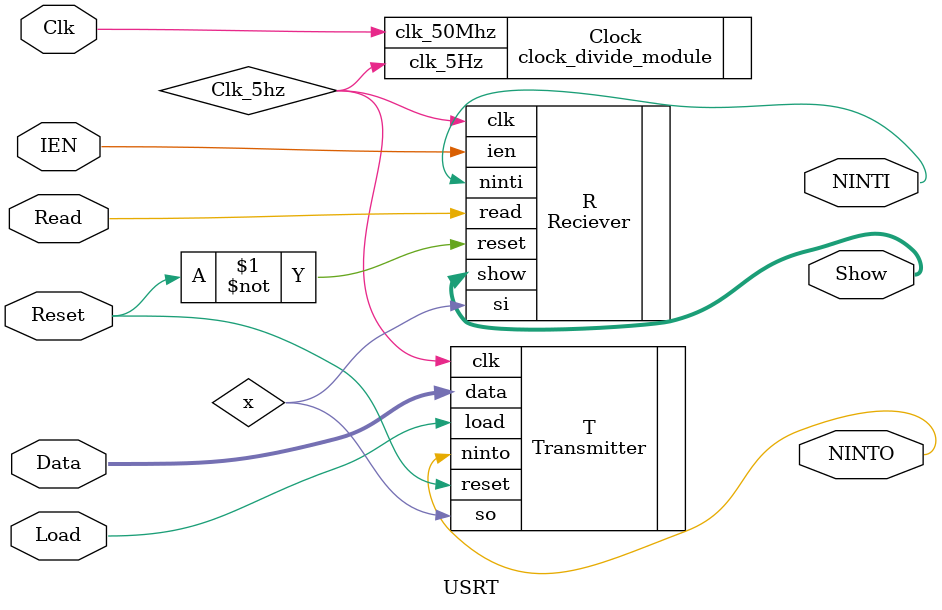
<source format=v>
module USRT (NINTO,NINTI,Show,Clk,Reset,Load,Data,IEN,Read);
input Clk,Reset,Load,IEN,Read;
input [7:0] Data;
output NINTO,NINTI;
output [7:0] Show;

wire x;
wire Clk_5hz;
//Transmitter T(.so(x),.ninto(NINTO),.clk(Clk),.reset(Reset),.load(Load),.data(Data));
//Reciever R(.ninti(NINTI),.show(Show),.si(x),.clk(Clk),.reset(~Reset),.ien(IEN),.read(Read));
clock_divide_module Clock(.clk_50Mhz(Clk),.clk_5Hz(Clk_5hz));
Transmitter T(.so(x),.ninto(NINTO),.clk(Clk_5hz),.reset(Reset),.load(Load),.data(Data));
Reciever R(.ninti(NINTI),.show(Show),.si(x),.clk(Clk_5hz),.reset(~Reset),.ien(IEN),.read(Read));
endmodule

</source>
